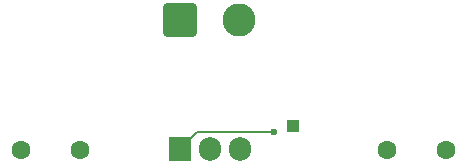
<source format=gbr>
%TF.GenerationSoftware,KiCad,Pcbnew,9.0.7*%
%TF.CreationDate,2026-01-22T13:26:51+05:30*%
%TF.ProjectId,uc7800,75633738-3030-42e6-9b69-6361645f7063,rev?*%
%TF.SameCoordinates,Original*%
%TF.FileFunction,Copper,L2,Bot*%
%TF.FilePolarity,Positive*%
%FSLAX46Y46*%
G04 Gerber Fmt 4.6, Leading zero omitted, Abs format (unit mm)*
G04 Created by KiCad (PCBNEW 9.0.7) date 2026-01-22 13:26:51*
%MOMM*%
%LPD*%
G01*
G04 APERTURE LIST*
G04 Aperture macros list*
%AMRoundRect*
0 Rectangle with rounded corners*
0 $1 Rounding radius*
0 $2 $3 $4 $5 $6 $7 $8 $9 X,Y pos of 4 corners*
0 Add a 4 corners polygon primitive as box body*
4,1,4,$2,$3,$4,$5,$6,$7,$8,$9,$2,$3,0*
0 Add four circle primitives for the rounded corners*
1,1,$1+$1,$2,$3*
1,1,$1+$1,$4,$5*
1,1,$1+$1,$6,$7*
1,1,$1+$1,$8,$9*
0 Add four rect primitives between the rounded corners*
20,1,$1+$1,$2,$3,$4,$5,0*
20,1,$1+$1,$4,$5,$6,$7,0*
20,1,$1+$1,$6,$7,$8,$9,0*
20,1,$1+$1,$8,$9,$2,$3,0*%
G04 Aperture macros list end*
%TA.AperFunction,ComponentPad*%
%ADD10C,1.600000*%
%TD*%
%TA.AperFunction,ComponentPad*%
%ADD11R,1.000000X1.000000*%
%TD*%
%TA.AperFunction,ComponentPad*%
%ADD12RoundRect,0.250001X-1.149999X-1.149999X1.149999X-1.149999X1.149999X1.149999X-1.149999X1.149999X0*%
%TD*%
%TA.AperFunction,ComponentPad*%
%ADD13C,2.800000*%
%TD*%
%TA.AperFunction,ComponentPad*%
%ADD14R,1.905000X2.000000*%
%TD*%
%TA.AperFunction,ComponentPad*%
%ADD15O,1.905000X2.000000*%
%TD*%
%TA.AperFunction,ViaPad*%
%ADD16C,0.600000*%
%TD*%
%TA.AperFunction,Conductor*%
%ADD17C,0.200000*%
%TD*%
G04 APERTURE END LIST*
D10*
%TO.P,0.1uF1,1*%
%TO.N,Net-(J2-Pin_1)*%
X147500000Y-96000000D03*
%TO.P,0.1uF1,2*%
%TO.N,GND*%
X152500000Y-96000000D03*
%TD*%
D11*
%TO.P,J1,1,Pin_1*%
%TO.N,+V*%
X170570000Y-94000000D03*
%TD*%
D10*
%TO.P,0.33uF1,1*%
%TO.N,Net-(J1-Pin_2)*%
X178500000Y-96000000D03*
%TO.P,0.33uF1,2*%
%TO.N,GND*%
X183500000Y-96000000D03*
%TD*%
D12*
%TO.P,J2,1,Pin_1*%
%TO.N,Net-(J2-Pin_1)*%
X161000000Y-85000000D03*
D13*
%TO.P,J2,2,Pin_2*%
%TO.N,+Vo*%
X166000000Y-85000000D03*
%TD*%
D14*
%TO.P,U1,1,VI*%
%TO.N,+V*%
X160960000Y-95950000D03*
D15*
%TO.P,U1,2,GND*%
%TO.N,GND*%
X163500000Y-95950000D03*
%TO.P,U1,3,VO*%
%TO.N,+Vo*%
X166040000Y-95950000D03*
%TD*%
D16*
%TO.N,+V*%
X169000000Y-94500000D03*
%TD*%
D17*
%TO.N,+V*%
X162410000Y-94500000D02*
X160960000Y-95950000D01*
X169000000Y-94500000D02*
X162410000Y-94500000D01*
%TD*%
M02*

</source>
